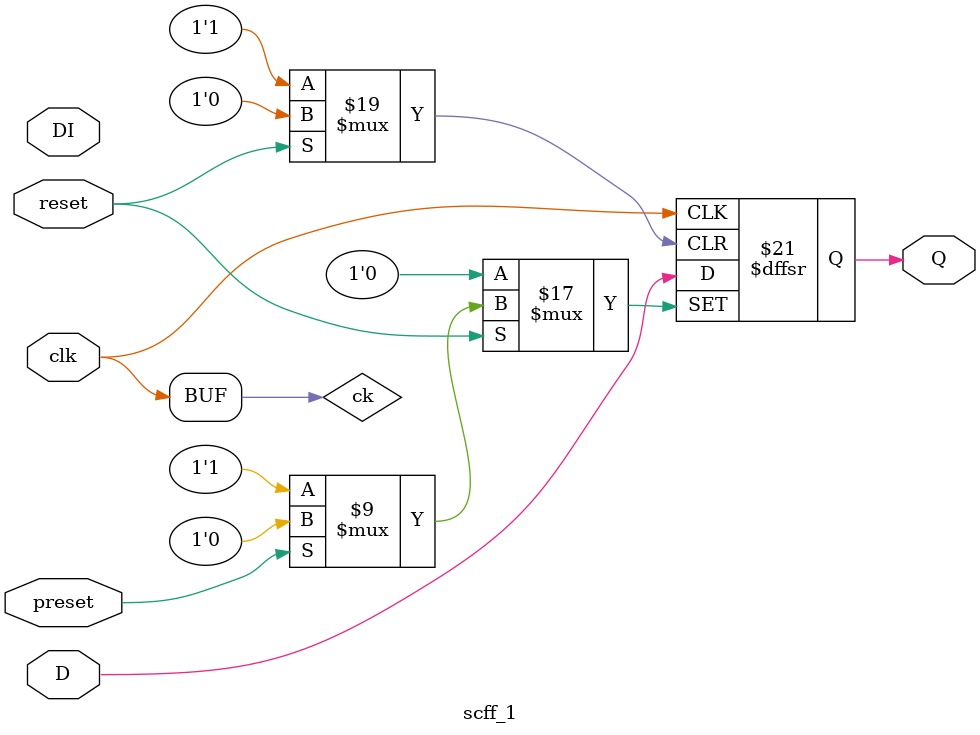
<source format=v>
`timescale 1ps/1ps

module fpga_interconnect(datain, dataout);
    input  datain;
    output dataout;

    // Behavioral model
    assign dataout = datain;

    // Timing paths. The values are dummy and are intended to be replaced by
    // ones from a SDF file during simulation.
    specify
        (datain => dataout) = 0;
    endspecify

endmodule


module frac_lut4_arith (in ,cin, lut4_out, cout);

    parameter [15:0] LUT  = 16'd0;
    parameter [0: 0] MODE = 0;

    input  [3:0] in;
    input  [0:0] cin;
    output [0:0] lut4_out;
    output [0:0] cout;

    // Mode bits of frac_lut4_arith are responsible for the LI2 mux which
    // selects between the LI2 and CIN inputs.
    wire [3:0] li = (MODE == 1'b1) ?
        {in[3], cin, in[1], in[0]} :
        {in[3], in[2], in[1], in[0]};

    // Output function
    wire [7:0] s1 = li[0] ?
        {LUT[14], LUT[12], LUT[10], LUT[8], LUT[6], LUT[4], LUT[2], LUT[0]} :
        {LUT[15], LUT[13], LUT[11], LUT[9], LUT[7], LUT[5], LUT[3], LUT[1]};

    wire [3:0] s2 = li[1] ?
        {s1[6], s1[4], s1[2], s1[0]} :
        {s1[7], s1[5], s1[3], s1[1]};

    wire [1:0] s3 = li[2] ?
        {s2[2], s2[0]} :
        {s2[3], s2[1]};

    assign lut4_out = li[3] ? s3[0] : s3[1];

    // Carry out function
    assign cout = s2[2] ? cin : s2[3];

    // Timing paths. The values are dummy and are intended to be replaced by
    // ones from a SDF file during simulation.
    specify
        (cin => lut4_out) = 0;
        (cin => cout) = 0;
    endspecify

endmodule


module scff (D, DI, clk, reset, Q); // QL_IOFF

    parameter  [0:0] MODE = 1; // The default

    input  [0:0] D;
    input  [0:0] DI;
    input  [0:0] clk;
    input  [0:0] reset;
    output [0:0] Q;

    scff_1 #(.MODE(MODE)) scff_1 (
        .D      (D),
        .DI     (DI),
        .clk    (clk),
        .preset (1'b1),
        .reset  (reset),
        .Q      (Q)
    );

endmodule


module scff_1 (D, DI, clk, preset, reset, Q); // QL_FF

    parameter  [0:0] MODE = 1; // The default

    input      [0:0] D;
    input      [0:0] DI;
    input      [0:0] clk;
    input      [0:0] preset;
    input      [0:0] reset;
    output reg [0:0] Q;

    initial Q <= 1'b0;

    // Clock inverter
    wire ck = (MODE == 1'b1) ? clk : !clk;

    // FLip-flop behavioral model
    always @(posedge ck or negedge reset or negedge preset) begin
        if      (!reset)  Q <= 1'b0;
        else if (!preset) Q <= 1'b1;
        else              Q <= D;
    end

    // Timing paths. The values are dummy and are intended to be replaced by
    // ones from a SDF file during simulation.
    specify
      (posedge clk => (Q +: D)) = 0;
      $setuphold(posedge clk, D, 0, 0);
      $recrem(posedge reset, posedge clk, 0, 0);
      $recrem(posedge preset, posedge clk, 0, 0);
    endspecify

endmodule

</source>
